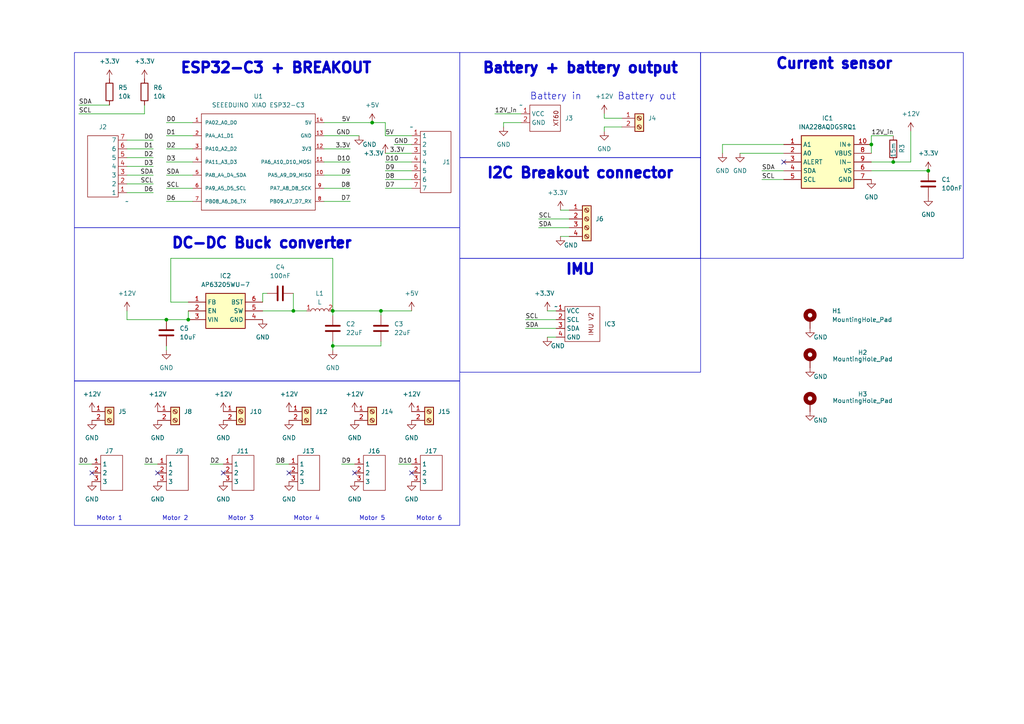
<source format=kicad_sch>
(kicad_sch (version 20230121) (generator eeschema)
  (paper "A4")
  (lib_symbols
    (symbol "Connector:Screw_Terminal_01x02" (pin_names (offset 1.016) hide)
      (property "Reference" "J" (at 0 2.54 0))
      (property "Value" "Screw_Terminal_01x02" (at 0 -5.08 0))
      (symbol "Screw_Terminal_01x02_1_1"
        (rectangle (start -1.27 1.27) (end 1.27 -3.81) (stroke (width 0.254)) (fill (type background)))
        (circle (center 0 -2.54) (radius 0.635) (stroke (width 0.1524)))
        (polyline (pts (xy -0.5334 -2.2098) (xy 0.3302 -3.048)) (stroke (width 0.1524)))
        (polyline (pts (xy -0.5334 0.3302) (xy 0.3302 -0.508)) (stroke (width 0.1524)))
        (polyline (pts (xy -0.3556 -2.032) (xy 0.508 -2.8702)) (stroke (width 0.1524)))
        (polyline (pts (xy -0.3556 0.508) (xy 0.508 -0.3302)) (stroke (width 0.1524)))
        (circle (center 0 0) (radius 0.635) (stroke (width 0.1524)))
        (pin passive line (at -5.08 0 0) (length 3.81) (name "Pin_1") (number "1"))
        (pin passive line (at -5.08 -2.54 0) (length 3.81) (name "Pin_2") (number "2"))
      )
    )
    (symbol "Connector:Screw_Terminal_01x04" (pin_names (offset 1.016) hide)
      (property "Reference" "J" (at 0 5.08 0))
      (property "Value" "Screw_Terminal_01x04" (at 0 -7.62 0))
      (symbol "Screw_Terminal_01x04_1_1"
        (rectangle (start -1.27 3.81) (end 1.27 -6.35) (stroke (width 0.254)) (fill (type background)))
        (circle (center 0 -5.08) (radius 0.635) (stroke (width 0.1524)))
        (circle (center 0 -2.54) (radius 0.635) (stroke (width 0.1524)))
        (polyline (pts (xy -0.5334 -4.7498) (xy 0.3302 -5.588)) (stroke (width 0.1524)))
        (polyline (pts (xy -0.5334 -2.2098) (xy 0.3302 -3.048)) (stroke (width 0.1524)))
        (polyline (pts (xy -0.5334 0.3302) (xy 0.3302 -0.508)) (stroke (width 0.1524)))
        (polyline (pts (xy -0.5334 2.8702) (xy 0.3302 2.032)) (stroke (width 0.1524)))
        (polyline (pts (xy -0.3556 -4.572) (xy 0.508 -5.4102)) (stroke (width 0.1524)))
        (polyline (pts (xy -0.3556 -2.032) (xy 0.508 -2.8702)) (stroke (width 0.1524)))
        (polyline (pts (xy -0.3556 0.508) (xy 0.508 -0.3302)) (stroke (width 0.1524)))
        (polyline (pts (xy -0.3556 3.048) (xy 0.508 2.2098)) (stroke (width 0.1524)))
        (circle (center 0 0) (radius 0.635) (stroke (width 0.1524)))
        (circle (center 0 2.54) (radius 0.635) (stroke (width 0.1524)))
        (pin passive line (at -5.08 2.54 0) (length 3.81) (name "Pin_1") (number "1"))
        (pin passive line (at -5.08 0 0) (length 3.81) (name "Pin_2") (number "2"))
        (pin passive line (at -5.08 -2.54 0) (length 3.81) (name "Pin_3") (number "3"))
        (pin passive line (at -5.08 -5.08 0) (length 3.81) (name "Pin_4") (number "4"))
      )
    )
    (symbol "Device:C" (pin_numbers hide) (pin_names (offset 0.254))
      (property "Reference" "C" (at 0.635 2.54 0))
      (property "Value" "C" (at 0.635 -2.54 0))
      (symbol "C_0_1"
        (polyline (pts (xy -2.032 -0.762) (xy 2.032 -0.762)) (stroke (width 0.508)))
        (polyline (pts (xy -2.032 0.762) (xy 2.032 0.762)) (stroke (width 0.508)))
      )
      (symbol "C_1_1"
        (pin passive line (at 0 3.81 270) (length 2.794) (name "~") (number "1"))
        (pin passive line (at 0 -3.81 90) (length 2.794) (name "~") (number "2"))
      )
    )
    (symbol "Device:R" (pin_numbers hide) (pin_names (offset 0))
      (property "Reference" "R" (at 2.032 0 90))
      (property "Value" "R" (at 0 0 90))
      (symbol "R_0_1"
        (rectangle (start -1.016 -2.54) (end 1.016 2.54) (stroke (width 0.254)))
      )
      (symbol "R_1_1"
        (pin passive line (at 0 3.81 270) (length 1.27) (name "~") (number "1"))
        (pin passive line (at 0 -3.81 90) (length 1.27) (name "~") (number "2"))
      )
    )
    (symbol "MasterThesis_library:1x3_FemaleHeader"
      (property "Reference" "J" (at -1.27 3.81 0))
      (symbol "1x3_FemaleHeader_0_1"
        (rectangle (start 2.54 2.54) (end 8.89 -7.62))
      )
      (symbol "1x3_FemaleHeader_1_1"
        (pin bidirectional line (at 0 0 0) (length 2.54) (name "1") (number "1"))
        (pin bidirectional line (at 0 -2.54 0) (length 2.54) (name "2") (number "2"))
        (pin bidirectional line (at 0 -5.08 0) (length 2.54) (name "3") (number "3"))
      )
    )
    (symbol "MasterThesis_library:1x7_Header"
      (property "Reference" "J" (at 0 2.54 0))
      (symbol "1x7_Header_0_1"
        (rectangle (start 0 0) (end 8.89 -17.78))
      )
      (symbol "1x7_Header_1_1"
        (pin bidirectional line (at -2.54 -1.27 0) (length 2.54) (name "1") (number "1"))
        (pin bidirectional line (at -2.54 -3.81 0) (length 2.54) (name "2") (number "2"))
        (pin bidirectional line (at -2.54 -6.35 0) (length 2.54) (name "3") (number "3"))
        (pin bidirectional line (at -2.54 -8.89 0) (length 2.54) (name "4") (number "4"))
        (pin bidirectional line (at -2.54 -11.43 0) (length 2.54) (name "5") (number "5"))
        (pin bidirectional line (at -2.54 -13.97 0) (length 2.54) (name "6") (number "6"))
        (pin bidirectional line (at -2.54 -16.51 0) (length 2.54) (name "7") (number "7"))
      )
    )
    (symbol "MasterThesis_library:AP63205WU-7"
      (property "Reference" "IC" (at 3.81 7.62 0))
      (property "Value" "AP63205WU-7" (at 3.81 5.08 0))
      (symbol "AP63205WU-7_1_1"
        (rectangle (start 5.08 2.54) (end 16.51 -7.62) (stroke (width 0.254)) (fill (type background)))
        (pin passive line (at 0 0 0) (length 5.08) (name "FB") (number "1"))
        (pin passive line (at 0 -2.54 0) (length 5.08) (name "EN") (number "2"))
        (pin passive line (at 0 -5.08 0) (length 5.08) (name "VIN") (number "3"))
        (pin passive line (at 21.59 -5.08 180) (length 5.08) (name "GND") (number "4"))
        (pin passive line (at 21.59 -2.54 180) (length 5.08) (name "SW") (number "5"))
        (pin passive line (at 21.59 0 180) (length 5.08) (name "BST") (number "6"))
      )
    )
    (symbol "MasterThesis_library:CLF12555T-4R7N-H"
      (property "Reference" "L" (at 0 0 0))
      (property "Value" "CLF12555T-4R7N-H" (at 0 -5.08 0))
      (symbol "CLF12555T-4R7N-H_0_1"
        (arc (start -1.27 -2.54) (mid -1.905 -1.9077) (end -2.54 -2.54))
        (arc (start 0 -2.54) (mid -0.635 -1.9077) (end -1.27 -2.54))
        (arc (start 1.27 -2.54) (mid 0.635 -1.9077) (end 0 -2.54))
        (arc (start 2.54 -2.54) (mid 1.905 -1.9077) (end 1.27 -2.54))
      )
      (symbol "CLF12555T-4R7N-H_1_1"
        (pin passive line (at -3.81 -2.54 0) (length 1.27) (name "") (number "1"))
        (pin passive line (at 3.81 -2.54 180) (length 1.27) (name "") (number "2"))
      )
    )
    (symbol "MasterThesis_library:IMU_V2"
      (property "Reference" "IC" (at 0 2.54 0))
      (symbol "IMU_V2_0_1"
        (rectangle (start 2.54 0) (end 12.7 -10.16))
      )
      (symbol "IMU_V2_1_1"
        (text "IMU V2" (at 10.16 -5.08 900) (effects (font (size 1.27 1.27))))
        (pin bidirectional line (at 0 -1.27 0) (length 2.54) (name "VCC") (number "1"))
        (pin bidirectional line (at 0 -3.81 0) (length 2.54) (name "SCL") (number "2"))
        (pin bidirectional line (at 0 -6.35 0) (length 2.54) (name "SDA") (number "3"))
        (pin bidirectional line (at 0 -8.89 0) (length 2.54) (name "GND") (number "4"))
      )
    )
    (symbol "MasterThesis_library:INA228AQDGSRQ1"
      (property "Reference" "IC" (at 5.08 7.62 0))
      (property "Value" "INA228AQDGSRQ1" (at 5.08 5.08 0))
      (symbol "INA228AQDGSRQ1_1_1"
        (rectangle (start 5.08 2.54) (end 20.32 -12.7) (stroke (width 0.254)) (fill (type background)))
        (pin passive line (at 0 0 0) (length 5.08) (name "A1") (number "1"))
        (pin passive line (at 25.4 0 180) (length 5.08) (name "IN+") (number "10"))
        (pin passive line (at 0 -2.54 0) (length 5.08) (name "A0") (number "2"))
        (pin passive line (at 0 -5.08 0) (length 5.08) (name "ALERT") (number "3"))
        (pin passive line (at 0 -7.62 0) (length 5.08) (name "SDA") (number "4"))
        (pin passive line (at 0 -10.16 0) (length 5.08) (name "SCL") (number "5"))
        (pin passive line (at 25.4 -7.62 180) (length 5.08) (name "VS") (number "6"))
        (pin passive line (at 25.4 -10.16 180) (length 5.08) (name "GND") (number "7"))
        (pin passive line (at 25.4 -2.54 180) (length 5.08) (name "VBUS") (number "8"))
        (pin passive line (at 25.4 -5.08 180) (length 5.08) (name "IN-") (number "9"))
      )
    )
    (symbol "MasterThesis_library:MOUDLE-SEEEDUINO-XIAO-ESP32C3" (pin_names (offset 1.016))
      (property "Reference" "U" (at -21.59 16.51 0))
      (property "Value" "SEEEDUINO XIAO ESP32-C3" (at -17.78 16.51 0))
      (symbol "MOUDLE-SEEEDUINO-XIAO-ESP32C3_0_0"
        (polyline (pts (xy -22.86 -13.97) (xy -22.86 0)) (stroke (width 0.1524)))
        (polyline (pts (xy -22.86 0) (xy -22.86 3.81)) (stroke (width 0.1524)))
        (polyline (pts (xy -22.86 3.81) (xy -22.86 7.62)) (stroke (width 0.1524)))
        (polyline (pts (xy -22.86 7.62) (xy -22.86 11.43)) (stroke (width 0.1524)))
        (polyline (pts (xy -22.86 11.43) (xy -22.86 13.97)) (stroke (width 0.1524)))
        (polyline (pts (xy -22.86 13.97) (xy 10.16 13.97)) (stroke (width 0.1524)))
        (polyline (pts (xy 10.16 -13.97) (xy -22.86 -13.97)) (stroke (width 0.1524)))
        (polyline (pts (xy 10.16 3.81) (xy 10.16 -13.97)) (stroke (width 0.1524)))
        (polyline (pts (xy 10.16 7.62) (xy 10.16 3.81)) (stroke (width 0.1524)))
        (polyline (pts (xy 10.16 11.43) (xy 10.16 7.62)) (stroke (width 0.1524)))
        (polyline (pts (xy 10.16 13.97) (xy 10.16 11.43)) (stroke (width 0.1524)))
        (pin bidirectional line (at -25.4 11.43 0) (length 2.54) (name "PA02_A0_D0") (number "1"))
        (pin bidirectional line (at 12.7 -3.81 180) (length 2.54) (name "PA5_A9_D9_MISO") (number "10"))
        (pin bidirectional line (at 12.7 0 180) (length 2.54) (name "PA6_A10_D10_MOSI") (number "11"))
        (pin bidirectional line (at 12.7 3.81 180) (length 2.54) (name "3V3") (number "12"))
        (pin bidirectional line (at 12.7 7.62 180) (length 2.54) (name "GND") (number "13"))
        (pin bidirectional line (at 12.7 11.43 180) (length 2.54) (name "5V") (number "14"))
        (pin bidirectional line (at -25.4 7.62 0) (length 2.54) (name "PA4_A1_D1") (number "2"))
        (pin bidirectional line (at -25.4 3.81 0) (length 2.54) (name "PA10_A2_D2") (number "3"))
        (pin bidirectional line (at -25.4 0 0) (length 2.54) (name "PA11_A3_D3") (number "4"))
        (pin bidirectional line (at -25.4 -3.81 0) (length 2.54) (name "PA8_A4_D4_SDA") (number "5"))
        (pin bidirectional line (at -25.4 -7.62 0) (length 2.54) (name "PA9_A5_D5_SCL") (number "6"))
        (pin bidirectional line (at -25.4 -11.43 0) (length 2.54) (name "PB08_A6_D6_TX") (number "7"))
        (pin bidirectional line (at 12.7 -11.43 180) (length 2.54) (name "PB09_A7_D7_RX") (number "8"))
        (pin bidirectional line (at 12.7 -7.62 180) (length 2.54) (name "PA7_A8_D8_SCK") (number "9"))
      )
    )
    (symbol "MasterThesis_library:XT60"
      (property "Reference" "J" (at 2.54 1.27 0))
      (symbol "XT60_0_1"
        (rectangle (start 2.54 0) (end 11.43 -7.62))
      )
      (symbol "XT60_1_1"
        (text "XT60" (at 10.16 -3.81 900) (effects (font (size 1.27 1.27))))
        (pin bidirectional line (at 0 -2.54 0) (length 2.54) (name "VCC") (number "1"))
        (pin bidirectional line (at 0 -5.08 0) (length 2.54) (name "GND") (number "2"))
      )
    )
    (symbol "Mechanical:MountingHole_Pad" (pin_numbers hide) (pin_names (offset 1.016) hide)
      (property "Reference" "H" (at 0 6.35 0))
      (property "Value" "MountingHole_Pad" (at 0 4.445 0))
      (symbol "MountingHole_Pad_0_1"
        (circle (center 0 1.27) (radius 1.27) (stroke (width 1.27)))
      )
      (symbol "MountingHole_Pad_1_1"
        (pin input line (at 0 -2.54 90) (length 2.54) (name "1") (number "1"))
      )
    )
    (symbol "power:+12V" (power) (pin_names (offset 0))
      (property "Value" "+12V" (at 0 3.556 0))
      (symbol "+12V_0_1"
        (polyline (pts (xy -0.762 1.27) (xy 0 2.54)))
        (polyline (pts (xy 0 0) (xy 0 2.54)))
        (polyline (pts (xy 0 2.54) (xy 0.762 1.27)))
      )
      (symbol "+12V_1_1"
        (pin power_in line (at 0 0 90) (length 0) hide (name "+12V") (number "1"))
      )
    )
    (symbol "power:+3.3V" (power) (pin_names (offset 0))
      (property "Value" "+3.3V" (at 0 3.556 0))
      (symbol "+3.3V_0_1"
        (polyline (pts (xy -0.762 1.27) (xy 0 2.54)))
        (polyline (pts (xy 0 0) (xy 0 2.54)))
        (polyline (pts (xy 0 2.54) (xy 0.762 1.27)))
      )
      (symbol "+3.3V_1_1"
        (pin power_in line (at 0 0 90) (length 0) hide (name "+3.3V") (number "1"))
      )
    )
    (symbol "power:+5V" (power) (pin_names (offset 0))
      (property "Value" "+5V" (at 0 3.556 0))
      (symbol "+5V_0_1"
        (polyline (pts (xy -0.762 1.27) (xy 0 2.54)))
        (polyline (pts (xy 0 0) (xy 0 2.54)))
        (polyline (pts (xy 0 2.54) (xy 0.762 1.27)))
      )
      (symbol "+5V_1_1"
        (pin power_in line (at 0 0 90) (length 0) hide (name "+5V") (number "1"))
      )
    )
    (symbol "power:GND" (power) (pin_names (offset 0))
      (property "Value" "GND" (at 0 -3.81 0))
      (symbol "GND_0_1"
        (polyline (pts (xy 0 0) (xy 0 -1.27) (xy 1.27 -1.27) (xy 0 -2.54) (xy -1.27 -1.27) (xy 0 -1.27)))
      )
      (symbol "GND_1_1"
        (pin power_in line (at 0 0 270) (length 0) hide (name "GND") (number "1"))
      )
    )
  )
  (junction (at 259.08 46.99))
  (junction (at 107.95 35.56))
  (junction (at 85.09 90.17))
  (junction (at 96.52 90.17))
  (junction (at 96.52 100.33))
  (junction (at 110.49 90.17))
  (junction (at 252.73 41.91))
  (junction (at 54.61 92.71))
  (junction (at 269.24 49.53))
  (junction (at 48.26 92.71))
  (no_connect (at 45.72 137.16))
  (no_connect (at 227.33 46.99))
  (no_connect (at 102.87 137.16))
  (no_connect (at 64.77 137.16))
  (no_connect (at 26.67 137.16))
  (no_connect (at 83.82 137.16))
  (no_connect (at 119.38 137.16))
  (wire (pts (xy 96.52 101.6) (xy 96.52 100.33)))
  (wire (pts (xy 119.38 39.37) (xy 111.76 39.37)))
  (wire (pts (xy 156.21 66.04) (xy 165.1 66.04)))
  (wire (pts (xy 49.53 74.93) (xy 96.52 74.93)))
  (wire (pts (xy 110.49 99.06) (xy 110.49 100.33)))
  (wire (pts (xy 85.09 85.09) (xy 85.09 90.17)))
  (wire (pts (xy 93.98 50.8) (xy 101.6 50.8)))
  (wire (pts (xy 252.73 39.37) (xy 252.73 41.91)))
  (wire (pts (xy 119.38 49.53) (xy 111.76 49.53)))
  (wire (pts (xy 180.34 34.29) (xy 175.26 34.29)))
  (wire (pts (xy 36.83 53.34) (xy 44.45 53.34)))
  (wire (pts (xy 77.47 85.09) (xy 76.2 85.09)))
  (wire (pts (xy 209.55 41.91) (xy 209.55 44.45)))
  (wire (pts (xy 259.08 39.37) (xy 252.73 39.37)))
  (wire (pts (xy 119.38 54.61) (xy 111.76 54.61)))
  (wire (pts (xy 36.83 45.72) (xy 44.45 45.72)))
  (wire (pts (xy 55.88 39.37) (xy 48.26 39.37)))
  (wire (pts (xy 36.83 43.18) (xy 44.45 43.18)))
  (wire (pts (xy 110.49 91.44) (xy 110.49 90.17)))
  (wire (pts (xy 96.52 100.33) (xy 96.52 99.06)))
  (wire (pts (xy 55.88 46.99) (xy 48.26 46.99)))
  (wire (pts (xy 252.73 49.53) (xy 269.24 49.53)))
  (wire (pts (xy 111.76 44.45) (xy 119.38 44.45)))
  (wire (pts (xy 156.21 63.5) (xy 165.1 63.5)))
  (wire (pts (xy 93.98 39.37) (xy 104.14 39.37)))
  (wire (pts (xy 96.52 74.93) (xy 96.52 90.17)))
  (wire (pts (xy 259.08 46.99) (xy 264.16 46.99)))
  (wire (pts (xy 252.73 41.91) (xy 252.73 44.45)))
  (wire (pts (xy 83.82 134.62) (xy 80.01 134.62)))
  (wire (pts (xy 146.05 35.56) (xy 146.05 36.83)))
  (wire (pts (xy 76.2 85.09) (xy 76.2 87.63)))
  (wire (pts (xy 48.26 92.71) (xy 36.83 92.71)))
  (wire (pts (xy 111.76 39.37) (xy 111.76 35.56)))
  (wire (pts (xy 64.77 134.62) (xy 60.96 134.62)))
  (wire (pts (xy 158.75 97.79) (xy 161.29 97.79)))
  (wire (pts (xy 220.98 49.53) (xy 227.33 49.53)))
  (wire (pts (xy 264.16 38.1) (xy 264.16 46.99)))
  (wire (pts (xy 55.88 58.42) (xy 48.26 58.42)))
  (wire (pts (xy 49.53 87.63) (xy 49.53 74.93)))
  (wire (pts (xy 119.38 46.99) (xy 111.76 46.99)))
  (wire (pts (xy 45.72 134.62) (xy 41.91 134.62)))
  (wire (pts (xy 55.88 50.8) (xy 48.26 50.8)))
  (wire (pts (xy 22.86 33.02) (xy 41.91 33.02)))
  (wire (pts (xy 48.26 100.33) (xy 48.26 101.6)))
  (wire (pts (xy 93.98 58.42) (xy 101.6 58.42)))
  (wire (pts (xy 119.38 41.91) (xy 114.3 41.91)))
  (wire (pts (xy 162.56 60.96) (xy 165.1 60.96)))
  (wire (pts (xy 55.88 54.61) (xy 48.26 54.61)))
  (wire (pts (xy 151.13 33.02) (xy 143.51 33.02)))
  (wire (pts (xy 93.98 43.18) (xy 101.6 43.18)))
  (wire (pts (xy 36.83 48.26) (xy 44.45 48.26)))
  (wire (pts (xy 96.52 90.17) (xy 96.52 91.44)))
  (wire (pts (xy 36.83 40.64) (xy 44.45 40.64)))
  (wire (pts (xy 214.63 44.45) (xy 227.33 44.45)))
  (wire (pts (xy 85.09 90.17) (xy 88.9 90.17)))
  (wire (pts (xy 119.38 52.07) (xy 111.76 52.07)))
  (wire (pts (xy 180.34 36.83) (xy 175.26 36.83)))
  (wire (pts (xy 36.83 55.88) (xy 44.45 55.88)))
  (wire (pts (xy 111.76 35.56) (xy 107.95 35.56)))
  (wire (pts (xy 158.75 90.17) (xy 161.29 90.17)))
  (wire (pts (xy 54.61 90.17) (xy 54.61 92.71)))
  (wire (pts (xy 110.49 100.33) (xy 96.52 100.33)))
  (wire (pts (xy 55.88 35.56) (xy 48.26 35.56)))
  (wire (pts (xy 175.26 36.83) (xy 175.26 38.1)))
  (wire (pts (xy 36.83 50.8) (xy 44.45 50.8)))
  (wire (pts (xy 55.88 43.18) (xy 48.26 43.18)))
  (wire (pts (xy 93.98 46.99) (xy 101.6 46.99)))
  (wire (pts (xy 22.86 30.48) (xy 31.75 30.48)))
  (wire (pts (xy 152.4 95.25) (xy 161.29 95.25)))
  (wire (pts (xy 110.49 90.17) (xy 119.38 90.17)))
  (wire (pts (xy 26.67 134.62) (xy 22.86 134.62)))
  (wire (pts (xy 93.98 35.56) (xy 107.95 35.56)))
  (wire (pts (xy 110.49 90.17) (xy 96.52 90.17)))
  (wire (pts (xy 151.13 35.56) (xy 146.05 35.56)))
  (wire (pts (xy 36.83 90.17) (xy 36.83 92.71)))
  (wire (pts (xy 48.26 92.71) (xy 54.61 92.71)))
  (wire (pts (xy 93.98 54.61) (xy 101.6 54.61)))
  (wire (pts (xy 175.26 34.29) (xy 175.26 33.02)))
  (wire (pts (xy 119.38 134.62) (xy 115.57 134.62)))
  (wire (pts (xy 41.91 33.02) (xy 41.91 30.48)))
  (wire (pts (xy 102.87 134.62) (xy 99.06 134.62)))
  (wire (pts (xy 76.2 90.17) (xy 85.09 90.17)))
  (wire (pts (xy 227.33 41.91) (xy 209.55 41.91)))
  (wire (pts (xy 54.61 87.63) (xy 49.53 87.63)))
  (wire (pts (xy 220.98 52.07) (xy 227.33 52.07)))
  (wire (pts (xy 162.56 68.58) (xy 165.1 68.58)))
  (wire (pts (xy 252.73 46.99) (xy 259.08 46.99)))
  (wire (pts (xy 152.4 92.71) (xy 161.29 92.71)))
  (rectangle (start 21.59 15.24) (end 133.35 66.04))
  (rectangle (start 133.35 74.93) (end 203.2 107.95))
  (rectangle (start 133.35 15.24) (end 203.2 45.72))
  (rectangle (start 21.59 110.49) (end 133.35 152.4))
  (rectangle (start 203.2 15.24) (end 279.4 74.93))
  (rectangle (start 21.59 66.04) (end 133.35 110.49))
  (rectangle (start 133.35 45.72) (end 203.2 74.93))
  (text "Current sensor" (at 224.79 20.32 0) (effects (font (size 3 3) (thickness 1) bold) (justify left bottom)))
  (text "Battery + battery output" (at 139.7 21.59 0) (effects (font (size 3 3) (thickness 1) bold) (justify left bottom)))
  (text "Battery out" (at 179.07 29.21 0) (effects (font (size 2 2)) (justify left bottom)))
  (text "Motor 6" (at 120.65 151.13 0) (effects (font (size 1.27 1.27)) (justify left bottom)))
  (text "ESP32-C3 + BREAKOUT" (at 52.07 21.59 0) (effects (font (size 3 3) (thickness 1) bold) (justify left bottom)))
  (text "Battery in" (at 153.67 29.21 0) (effects (font (size 2 2)) (justify left bottom)))
  (text "IMU" (at 163.83 80.01 0) (effects (font (size 3 3) (thickness 1) bold) (justify left bottom)))
  (text "Motor 2" (at 46.99 151.13 0) (effects (font (size 1.27 1.27)) (justify left bottom)))
  (text "Motor 4" (at 85.09 151.13 0) (effects (font (size 1.27 1.27)) (justify left bottom)))
  (text "Motor 3" (at 66.04 151.13 0) (effects (font (size 1.27 1.27)) (justify left bottom)))
  (text "DC-DC Buck converter" (at 49.53 72.39 0) (effects (font (size 3 3) (thickness 1) bold) (justify left bottom)))
  (text "Motor 1" (at 27.94 151.13 0) (effects (font (size 1.27 1.27)) (justify left bottom)))
  (text "I2C Breakout connector" (at 140.97 52.07 0) (effects (font (size 3 3) (thickness 1) bold) (justify left bottom)))
  (text "Motor 5" (at 104.14 151.13 0) (effects (font (size 1.27 1.27)) (justify left bottom)))
  (label "D7" (at 111.76 54.61 0))
  (label "D9" (at 99.06 134.62 0))
  (label "SDA" (at 156.21 66.04 0))
  (label "SDA" (at 48.26 50.8 0))
  (label "D2" (at 60.96 134.62 0))
  (label "SCL" (at 220.98 52.07 0))
  (label "SCL" (at 156.21 63.5 0))
  (label "SDA" (at 22.86 30.48 0))
  (label "D8" (at 111.76 52.07 0))
  (label "GND" (at 101.6 39.37 180))
  (label "D0" (at 22.86 134.62 0))
  (label "12V_in" (at 143.51 33.02 0))
  (label "D6" (at 44.45 55.88 180))
  (label "D9" (at 101.6 50.8 180))
  (label "5V" (at 111.76 39.37 0))
  (label "3.3V" (at 101.6 43.18 180))
  (label "3.3V" (at 113.03 44.45 0))
  (label "5V" (at 101.6 35.56 180))
  (label "D6" (at 48.26 58.42 0))
  (label "SCL" (at 22.86 33.02 0))
  (label "D2" (at 48.26 43.18 0))
  (label "SCL" (at 44.45 53.34 180))
  (label "D10" (at 115.57 134.62 0))
  (label "SCL" (at 152.4 92.71 0))
  (label "D8" (at 80.01 134.62 0))
  (label "SDA" (at 44.45 50.8 180))
  (label "D10" (at 101.6 46.99 180))
  (label "D3" (at 44.45 48.26 180))
  (label "D7" (at 101.6 58.42 180))
  (label "D1" (at 48.26 39.37 0))
  (label "D2" (at 44.45 45.72 180))
  (label "D0" (at 44.45 40.64 180))
  (label "D0" (at 48.26 35.56 0))
  (label "D8" (at 101.6 54.61 180))
  (label "SDA" (at 152.4 95.25 0))
  (label "D10" (at 111.76 46.99 0))
  (label "D1" (at 41.91 134.62 0))
  (label "SDA" (at 220.98 49.53 0))
  (label "12V_in" (at 252.73 39.37 0))
  (label "GND" (at 114.3 41.91 0))
  (label "D3" (at 48.26 46.99 0))
  (label "D1" (at 44.45 43.18 180))
  (label "SCL" (at 48.26 54.61 0))
  (label "D9" (at 111.76 49.53 0))
  (symbol (lib_id "power:+12V") (at 102.87 119.38 0) (unit 1)
    (property "Reference" "#PWR045" (effects hide))
    (property "Value" "+12V" (at 102.87 114.3 0))
  )
  (symbol (lib_id "MasterThesis_library:MOUDLE-SEEEDUINO-XIAO-ESP32C3") (at 81.28 46.99 0) (unit 1)
    (property "Reference" "U1" (at 74.93 27.94 0))
    (property "Value" "SEEEDUINO XIAO ESP32-C3" (at 74.93 30.48 0))
    (property "Footprint" "MasterThesis_library:Seed Studio XIAO ESP32C3 (with holes)" (effects hide))
  )
  (symbol (lib_id "power:GND") (at 234.95 106.68 0) (unit 1)
    (property "Reference" "#PWR024" (effects hide))
    (property "Value" "GND" (at 240.03 109.22 0) (effects (justify right)))
  )
  (symbol (lib_id "MasterThesis_library:INA228AQDGSRQ1") (at 227.33 41.91 0) (unit 1)
    (property "Reference" "IC1" (at 240.03 34.29 0))
    (property "Value" "INA228AQDGSRQ1" (at 240.03 36.83 0))
    (property "Footprint" "MasterThesis_library:INA228" (effects hide))
    (property "Datasheet" "https://www.ti.com/lit/gpn/ina228-q1" (effects hide))
    (property "Height" "1.1" (effects hide))
    (property "Manufacturer_Name" "Texas Instruments" (effects hide))
    (property "Manufacturer_Part_Number" "INA228AQDGSRQ1" (effects hide))
    (property "Mouser Part Number" "595-INA228AQDGSRQ1" (effects hide))
    (property "Mouser Price/Stock" "https://www.mouser.co.uk/ProductDetail/Texas-Instruments/INA228AQDGSRQ1?qs=QNEnbhJQKvZw8LLjrvIyCg%3D%3D" (effects hide))
    (property "Arrow Part Number" "INA228AQDGSRQ1" (effects hide))
    (property "Arrow Price/Stock" "https://www.arrow.com/en/products/ina228aqdgsrq1/texas-instruments?utm_currency=USD&region=nac" (effects hide))
  )
  (symbol (lib_id "MasterThesis_library:1x3_FemaleHeader") (at 83.82 134.62 0) (unit 1)
    (property "Reference" "J13" (at 87.63 130.81 0) (effects (justify left)))
    (property "Value" "Screw_Terminal_01x03" (effects hide))
    (property "Footprint" "MasterThesis_library:1x3_FemaleHeader" (effects hide))
  )
  (symbol (lib_id "Mechanical:MountingHole_Pad") (at 234.95 116.84 0) (unit 1)
    (property "Reference" "H3" (at 250.19 114.3 0))
    (property "Value" "MountingHole_Pad" (at 250.19 116.205 0))
    (property "Footprint" "MountingHole:MountingHole_3.2mm_M3_DIN965_Pad" (effects hide))
  )
  (symbol (lib_id "MasterThesis_library:AP63205WU-7") (at 54.61 87.63 0) (unit 1)
    (property "Reference" "IC2" (at 65.405 80.01 0))
    (property "Value" "AP63205WU-7" (at 65.405 82.55 0))
    (property "Footprint" "MasterThesis_library:AP63205WU7" (effects hide))
    (property "Datasheet" "https://www.diodes.com//assets/Datasheets/AP63200-AP63201-AP63203-AP63205.pdf" (effects hide))
    (property "Height" "1" (effects hide))
    (property "Manufacturer_Name" "Diodes Incorporated" (effects hide))
    (property "Manufacturer_Part_Number" "AP63205WU-7" (effects hide))
    (property "Mouser Part Number" "621-AP63205WU-7" (effects hide))
    (property "Mouser Price/Stock" "https://www.mouser.co.uk/ProductDetail/Diodes-Incorporated/AP63205WU-7?qs=u16ybLDytRZtkj8PzdWCOw%3D%3D" (effects hide))
    (property "Arrow Part Number" "AP63205WU-7" (effects hide))
    (property "Arrow Price/Stock" "https://www.arrow.com/en/products/ap63205wu-7/diodes-incorporated?region=europe" (effects hide))
    (property "LCSC" "C2071056" (effects hide))
  )
  (symbol (lib_id "power:GND") (at 269.24 57.15 0) (unit 1)
    (property "Reference" "#PWR011" (effects hide))
    (property "Value" "GND" (at 269.24 62.23 0))
  )
  (symbol (lib_id "Device:R") (at 259.08 43.18 0) (unit 1)
    (property "Reference" "R3" (at 261.62 44.45 90) (effects (justify left)))
    (property "Value" "15m" (at 259.08 45.72 90) (effects (justify left)))
    (property "Footprint" "Resistor_SMD:R_2512_6332Metric_Pad1.40x3.35mm_HandSolder" (effects hide))
    (property "LCSC" "C5121111" (effects hide))
  )
  (symbol (lib_id "MasterThesis_library:IMU_V2") (at 161.29 88.9 0) (unit 1)
    (property "Reference" "IC3" (at 175.26 93.98 0) (effects (justify left)))
    (property "Value" "~" (at 161.29 88.9 0))
    (property "Footprint" "MasterThesis_library:IMU_V2" (effects hide))
  )
  (symbol (lib_id "power:GND") (at 175.26 38.1 0) (unit 1)
    (property "Reference" "#PWR02" (effects hide))
    (property "Value" "GND" (at 175.26 43.18 0))
  )
  (symbol (lib_id "Device:R") (at 31.75 26.67 0) (unit 1)
    (property "Reference" "R5" (at 34.29 25.4 0) (effects (justify left)))
    (property "Value" "10k" (at 34.29 27.94 0) (effects (justify left)))
    (property "Footprint" "Resistor_SMD:R_1206_3216Metric_Pad1.30x1.75mm_HandSolder" (effects hide))
    (property "LCSC" "C1489 " (effects hide))
  )
  (symbol (lib_id "power:+3.3V") (at 158.75 90.17 0) (unit 1)
    (property "Reference" "#PWR020" (effects hide))
    (property "Value" "+3.3V" (at 154.94 85.09 0) (effects (justify left)))
  )
  (symbol (lib_id "Device:C") (at 110.49 95.25 0) (unit 1)
    (property "Reference" "C3" (at 114.3 93.98 0) (effects (justify left)))
    (property "Value" "22uF" (at 114.3 96.52 0) (effects (justify left)))
    (property "Footprint" "Capacitor_SMD:C_1206_3216Metric_Pad1.33x1.80mm_HandSolder" (effects hide))
    (property "LCSC" "C77088" (effects hide))
  )
  (symbol (lib_id "power:GND") (at 234.95 119.38 0) (unit 1)
    (property "Reference" "#PWR023" (effects hide))
    (property "Value" "GND" (at 240.03 121.92 0) (effects (justify right)))
  )
  (symbol (lib_id "power:GND") (at 162.56 68.58 0) (unit 1)
    (property "Reference" "#PWR040" (effects hide))
    (property "Value" "GND" (at 167.64 71.12 0) (effects (justify right)))
  )
  (symbol (lib_id "MasterThesis_library:CLF12555T-4R7N-H") (at 92.71 87.63 0) (unit 1)
    (property "Reference" "L1" (at 92.71 85.09 0))
    (property "Value" "L" (at 92.71 87.63 0))
    (property "Footprint" "MasterThesis_library:CLF12555T-4R7N-H" (effects hide))
    (property "LCSC" "C43183" (effects hide))
  )
  (symbol (lib_id "power:+3.3V") (at 31.75 22.86 0) (unit 1)
    (property "Reference" "#PWR032" (effects hide))
    (property "Value" "+3.3V" (at 31.75 17.78 0))
  )
  (symbol (lib_id "power:GND") (at 83.82 121.92 0) (unit 1)
    (property "Reference" "#PWR044" (effects hide))
    (property "Value" "GND" (at 83.82 127 0))
  )
  (symbol (lib_id "power:GND") (at 26.67 139.7 0) (unit 1)
    (property "Reference" "#PWR049" (effects hide))
    (property "Value" "GND" (at 26.67 144.78 0))
  )
  (symbol (lib_id "power:+12V") (at 64.77 119.38 0) (unit 1)
    (property "Reference" "#PWR041" (effects hide))
    (property "Value" "+12V" (at 64.77 114.3 0))
  )
  (symbol (lib_id "Device:C") (at 96.52 95.25 0) (unit 1)
    (property "Reference" "C2" (at 100.33 93.98 0) (effects (justify left)))
    (property "Value" "22uF" (at 100.33 96.52 0) (effects (justify left)))
    (property "Footprint" "Capacitor_SMD:C_1206_3216Metric_Pad1.33x1.80mm_HandSolder" (effects hide))
    (property "LCSC" "C77088" (effects hide))
  )
  (symbol (lib_id "Connector:Screw_Terminal_01x02") (at 185.42 34.29 0) (unit 1)
    (property "Reference" "J4" (at 187.96 34.29 0) (effects (justify left)))
    (property "Value" "Screw_Terminal_01x02" (effects hide))
    (property "Footprint" "TerminalBlock_TE-Connectivity:TerminalBlock_TE_282834-2_1x02_P2.54mm_Horizontal" (effects hide))
  )
  (symbol (lib_id "power:GND") (at 76.2 92.71 0) (unit 1)
    (property "Reference" "#PWR013" (effects hide))
    (property "Value" "GND" (at 76.2 97.79 0))
  )
  (symbol (lib_id "Connector:Screw_Terminal_01x02") (at 69.85 119.38 0) (unit 1)
    (property "Reference" "J10" (at 72.39 119.38 0) (effects (justify left)))
    (property "Value" "Screw_Terminal_01x02" (effects hide))
    (property "Footprint" "TerminalBlock_TE-Connectivity:TerminalBlock_TE_282834-2_1x02_P2.54mm_Horizontal" (effects hide))
  )
  (symbol (lib_id "power:+12V") (at 264.16 38.1 0) (unit 1)
    (property "Reference" "#PWR04" (effects hide))
    (property "Value" "+12V" (at 264.16 33.02 0))
  )
  (symbol (lib_id "power:GND") (at 26.67 121.92 0) (unit 1)
    (property "Reference" "#PWR06" (effects hide))
    (property "Value" "GND" (at 26.67 127 0))
  )
  (symbol (lib_id "power:GND") (at 102.87 121.92 0) (unit 1)
    (property "Reference" "#PWR046" (effects hide))
    (property "Value" "GND" (at 102.87 127 0))
  )
  (symbol (lib_id "MasterThesis_library:1x3_FemaleHeader") (at 64.77 134.62 0) (unit 1)
    (property "Reference" "J11" (at 68.58 130.81 0) (effects (justify left)))
    (property "Value" "Screw_Terminal_01x03" (effects hide))
    (property "Footprint" "MasterThesis_library:1x3_FemaleHeader" (effects hide))
  )
  (symbol (lib_id "Mechanical:MountingHole_Pad") (at 234.95 104.14 0) (unit 1)
    (property "Reference" "H2" (at 250.19 102.235 0))
    (property "Value" "MountingHole_Pad" (at 250.19 104.14 0))
    (property "Footprint" "MountingHole:MountingHole_3.2mm_M3_DIN965_Pad" (effects hide))
  )
  (symbol (lib_id "power:+12V") (at 36.83 90.17 0) (unit 1)
    (property "Reference" "#PWR07" (effects hide))
    (property "Value" "+12V" (at 36.83 85.09 0))
  )
  (symbol (lib_id "power:GND") (at 64.77 121.92 0) (unit 1)
    (property "Reference" "#PWR042" (effects hide))
    (property "Value" "GND" (at 64.77 127 0))
  )
  (symbol (lib_id "Connector:Screw_Terminal_01x02") (at 107.95 119.38 0) (unit 1)
    (property "Reference" "J14" (at 110.49 119.38 0) (effects (justify left)))
    (property "Value" "Screw_Terminal_01x02" (effects hide))
    (property "Footprint" "TerminalBlock_TE-Connectivity:TerminalBlock_TE_282834-2_1x02_P2.54mm_Horizontal" (effects hide))
  )
  (symbol (lib_id "MasterThesis_library:1x7_Header") (at 34.29 57.15 180) (unit 1)
    (property "Reference" "J2" (at 29.845 36.83 0))
    (property "Value" "~" (at 36.83 58.42 0))
    (property "Footprint" "MasterThesis_library:1x7_Header" (effects hide))
  )
  (symbol (lib_id "power:GND") (at 209.55 44.45 0) (unit 1)
    (property "Reference" "#PWR08" (effects hide))
    (property "Value" "GND" (at 209.55 49.53 0))
  )
  (symbol (lib_id "MasterThesis_library:1x3_FemaleHeader") (at 45.72 134.62 0) (unit 1)
    (property "Reference" "J9" (at 50.8 130.81 0) (effects (justify left)))
    (property "Value" "Screw_Terminal_01x03" (effects hide))
    (property "Footprint" "MasterThesis_library:1x3_FemaleHeader" (effects hide))
  )
  (symbol (lib_id "power:GND") (at 119.38 121.92 0) (unit 1)
    (property "Reference" "#PWR048" (effects hide))
    (property "Value" "GND" (at 119.38 127 0))
  )
  (symbol (lib_id "power:GND") (at 48.26 101.6 0) (unit 1)
    (property "Reference" "#PWR015" (effects hide))
    (property "Value" "GND" (at 48.26 106.68 0))
  )
  (symbol (lib_id "Connector:Screw_Terminal_01x02") (at 88.9 119.38 0) (unit 1)
    (property "Reference" "J12" (at 91.44 119.38 0) (effects (justify left)))
    (property "Value" "Screw_Terminal_01x02" (effects hide))
    (property "Footprint" "TerminalBlock_TE-Connectivity:TerminalBlock_TE_282834-2_1x02_P2.54mm_Horizontal" (effects hide))
  )
  (symbol (lib_id "power:+12V") (at 175.26 33.02 0) (unit 1)
    (property "Reference" "#PWR05" (effects hide))
    (property "Value" "+12V" (at 175.26 27.94 0))
  )
  (symbol (lib_id "Connector:Screw_Terminal_01x02") (at 31.75 119.38 0) (unit 1)
    (property "Reference" "J5" (at 34.29 119.38 0) (effects (justify left)))
    (property "Value" "Screw_Terminal_01x02" (effects hide))
    (property "Footprint" "TerminalBlock_TE-Connectivity:TerminalBlock_TE_282834-2_1x02_P2.54mm_Horizontal" (effects hide))
  )
  (symbol (lib_id "MasterThesis_library:1x3_FemaleHeader") (at 102.87 134.62 0) (unit 1)
    (property "Reference" "J16" (at 106.68 130.81 0) (effects (justify left)))
    (property "Value" "Screw_Terminal_01x03" (effects hide))
    (property "Footprint" "MasterThesis_library:1x3_FemaleHeader" (effects hide))
  )
  (symbol (lib_id "power:GND") (at 214.63 44.45 0) (unit 1)
    (property "Reference" "#PWR09" (effects hide))
    (property "Value" "GND" (at 214.63 49.53 0))
  )
  (symbol (lib_id "power:+3.3V") (at 111.76 44.45 0) (unit 1)
    (property "Reference" "#PWR019" (effects hide))
    (property "Value" "+3.3V" (at 105.41 44.45 0) (effects (justify left)))
  )
  (symbol (lib_id "Device:C") (at 81.28 85.09 90) (unit 1)
    (property "Reference" "C4" (at 81.28 77.47 90))
    (property "Value" "100nF" (at 81.28 80.01 90))
    (property "Footprint" "Capacitor_SMD:C_1206_3216Metric_Pad1.33x1.80mm_HandSolder" (effects hide))
    (property "LCSC" "C1945" (effects hide))
  )
  (symbol (lib_id "power:GND") (at 64.77 139.7 0) (unit 1)
    (property "Reference" "#PWR051" (effects hide))
    (property "Value" "GND" (at 64.77 144.78 0))
  )
  (symbol (lib_id "MasterThesis_library:XT60") (at 151.13 30.48 0) (unit 1)
    (property "Reference" "J3" (at 163.83 34.29 0) (effects (justify left)))
    (property "Value" "~" (at 151.13 30.48 0))
    (property "Footprint" "MasterThesis_library:XT60" (effects hide))
  )
  (symbol (lib_id "power:GND") (at 104.14 39.37 0) (unit 1)
    (property "Reference" "#PWR018" (effects hide))
    (property "Value" "GND" (at 109.22 41.91 0) (effects (justify right)))
  )
  (symbol (lib_id "Connector:Screw_Terminal_01x04") (at 170.18 63.5 0) (unit 1)
    (property "Reference" "J6" (at 172.72 63.5 0) (effects (justify left)))
    (property "Value" "Screw_Terminal_01x04" (effects hide))
    (property "Footprint" "TerminalBlock_TE-Connectivity:TerminalBlock_TE_282834-4_1x04_P2.54mm_Horizontal" (effects hide))
  )
  (symbol (lib_id "power:+12V") (at 119.38 119.38 0) (unit 1)
    (property "Reference" "#PWR047" (effects hide))
    (property "Value" "+12V" (at 119.38 114.3 0))
  )
  (symbol (lib_id "power:GND") (at 146.05 36.83 0) (unit 1)
    (property "Reference" "#PWR01" (effects hide))
    (property "Value" "GND" (at 146.05 41.91 0))
  )
  (symbol (lib_id "Device:R") (at 41.91 26.67 0) (unit 1)
    (property "Reference" "R6" (at 44.45 25.4 0) (effects (justify left)))
    (property "Value" "10k" (at 44.45 27.94 0) (effects (justify left)))
    (property "Footprint" "Resistor_SMD:R_1206_3216Metric_Pad1.30x1.75mm_HandSolder" (effects hide))
    (property "LCSC" "C1489 " (effects hide))
  )
  (symbol (lib_id "power:+3.3V") (at 41.91 22.86 0) (unit 1)
    (property "Reference" "#PWR033" (effects hide))
    (property "Value" "+3.3V" (at 41.91 17.78 0))
  )
  (symbol (lib_id "power:GND") (at 252.73 52.07 0) (unit 1)
    (property "Reference" "#PWR012" (effects hide))
    (property "Value" "GND" (at 252.73 57.15 0))
  )
  (symbol (lib_id "power:GND") (at 102.87 139.7 0) (unit 1)
    (property "Reference" "#PWR053" (effects hide))
    (property "Value" "GND" (at 102.87 144.78 0))
  )
  (symbol (lib_id "power:GND") (at 83.82 139.7 0) (unit 1)
    (property "Reference" "#PWR052" (effects hide))
    (property "Value" "GND" (at 83.82 144.78 0))
  )
  (symbol (lib_id "power:GND") (at 158.75 97.79 0) (unit 1)
    (property "Reference" "#PWR021" (effects hide))
    (property "Value" "GND" (at 163.83 100.33 0) (effects (justify right)))
  )
  (symbol (lib_id "power:+12V") (at 26.67 119.38 0) (unit 1)
    (property "Reference" "#PWR03" (effects hide))
    (property "Value" "+12V" (at 26.67 114.3 0))
  )
  (symbol (lib_id "Connector:Screw_Terminal_01x02") (at 124.46 119.38 0) (unit 1)
    (property "Reference" "J15" (at 127 119.38 0) (effects (justify left)))
    (property "Value" "Screw_Terminal_01x02" (effects hide))
    (property "Footprint" "TerminalBlock_TE-Connectivity:TerminalBlock_TE_282834-2_1x02_P2.54mm_Horizontal" (effects hide))
  )
  (symbol (lib_id "power:GND") (at 45.72 121.92 0) (unit 1)
    (property "Reference" "#PWR026" (effects hide))
    (property "Value" "GND" (at 45.72 127 0))
  )
  (symbol (lib_id "power:+12V") (at 45.72 119.38 0) (unit 1)
    (property "Reference" "#PWR025" (effects hide))
    (property "Value" "+12V" (at 45.72 114.3 0))
  )
  (symbol (lib_id "Device:C") (at 269.24 53.34 0) (unit 1)
    (property "Reference" "C1" (at 273.05 52.07 0) (effects (justify left)))
    (property "Value" "100nF" (at 273.05 54.61 0) (effects (justify left)))
    (property "Footprint" "Capacitor_SMD:C_1206_3216Metric_Pad1.33x1.80mm_HandSolder" (effects hide))
    (property "LCSC" "C1945" (effects hide))
  )
  (symbol (lib_id "MasterThesis_library:1x7_Header") (at 121.92 38.1 0) (unit 1)
    (property "Reference" "J1" (at 128.27 46.99 0) (effects (justify left)))
    (property "Value" "~" (at 119.38 36.83 0))
    (property "Footprint" "MasterThesis_library:1x7_Header" (effects hide))
  )
  (symbol (lib_id "MasterThesis_library:1x3_FemaleHeader") (at 26.67 134.62 0) (unit 1)
    (property "Reference" "J7" (at 30.48 130.81 0) (effects (justify left)))
    (property "Value" "~" (at 27.94 133.35 0))
    (property "Footprint" "MasterThesis_library:1x3_FemaleHeader" (effects hide))
  )
  (symbol (lib_id "power:GND") (at 45.72 139.7 0) (unit 1)
    (property "Reference" "#PWR050" (effects hide))
    (property "Value" "GND" (at 45.72 144.78 0))
  )
  (symbol (lib_id "power:GND") (at 119.38 139.7 0) (unit 1)
    (property "Reference" "#PWR054" (effects hide))
    (property "Value" "GND" (at 119.38 144.78 0))
  )
  (symbol (lib_id "Device:C") (at 48.26 96.52 0) (unit 1)
    (property "Reference" "C5" (at 52.07 95.25 0) (effects (justify left)))
    (property "Value" "10uF" (at 52.07 97.79 0) (effects (justify left)))
    (property "Footprint" "Capacitor_SMD:C_1206_3216Metric_Pad1.33x1.80mm_HandSolder" (effects hide))
    (property "LCSC" "C1849" (effects hide))
  )
  (symbol (lib_id "power:+12V") (at 83.82 119.38 0) (unit 1)
    (property "Reference" "#PWR043" (effects hide))
    (property "Value" "+12V" (at 83.82 114.3 0))
  )
  (symbol (lib_id "power:+5V") (at 119.38 90.17 0) (unit 1)
    (property "Reference" "#PWR016" (effects hide))
    (property "Value" "+5V" (at 119.38 85.09 0))
  )
  (symbol (lib_id "power:GND") (at 96.52 101.6 0) (unit 1)
    (property "Reference" "#PWR014" (effects hide))
    (property "Value" "GND" (at 96.52 106.68 0))
  )
  (symbol (lib_id "power:+3.3V") (at 269.24 49.53 0) (unit 1)
    (property "Reference" "#PWR010" (effects hide))
    (property "Value" "+3.3V" (at 269.24 44.45 0))
  )
  (symbol (lib_id "MasterThesis_library:1x3_FemaleHeader") (at 119.38 134.62 0) (unit 1)
    (property "Reference" "J17" (at 123.19 130.81 0) (effects (justify left)))
    (property "Value" "Screw_Terminal_01x03" (effects hide))
    (property "Footprint" "MasterThesis_library:1x3_FemaleHeader" (effects hide))
  )
  (symbol (lib_id "Mechanical:MountingHole_Pad") (at 234.95 92.71 0) (unit 1)
    (property "Reference" "H1" (at 241.3 90.17 0) (effects (justify left)))
    (property "Value" "MountingHole_Pad" (at 241.3 92.71 0) (effects (justify left)))
    (property "Footprint" "MountingHole:MountingHole_3.2mm_M3_DIN965_Pad" (effects hide))
  )
  (symbol (lib_id "power:+3.3V") (at 162.56 60.96 0) (unit 1)
    (property "Reference" "#PWR039" (effects hide))
    (property "Value" "+3.3V" (at 158.75 55.88 0) (effects (justify left)))
  )
  (symbol (lib_id "power:+5V") (at 107.95 35.56 0) (unit 1)
    (property "Reference" "#PWR017" (effects hide))
    (property "Value" "+5V" (at 107.95 30.48 0))
  )
  (symbol (lib_id "power:GND") (at 234.95 95.25 0) (unit 1)
    (property "Reference" "#PWR027" (effects hide))
    (property "Value" "GND" (at 240.03 97.79 0) (effects (justify right)))
  )
  (symbol (lib_id "Connector:Screw_Terminal_01x02") (at 50.8 119.38 0) (unit 1)
    (property "Reference" "J8" (at 53.34 119.38 0) (effects (justify left)))
    (property "Value" "Screw_Terminal_01x02" (effects hide))
    (property "Footprint" "TerminalBlock_TE-Connectivity:TerminalBlock_TE_282834-2_1x02_P2.54mm_Horizontal" (effects hide))
  )
)
</source>
